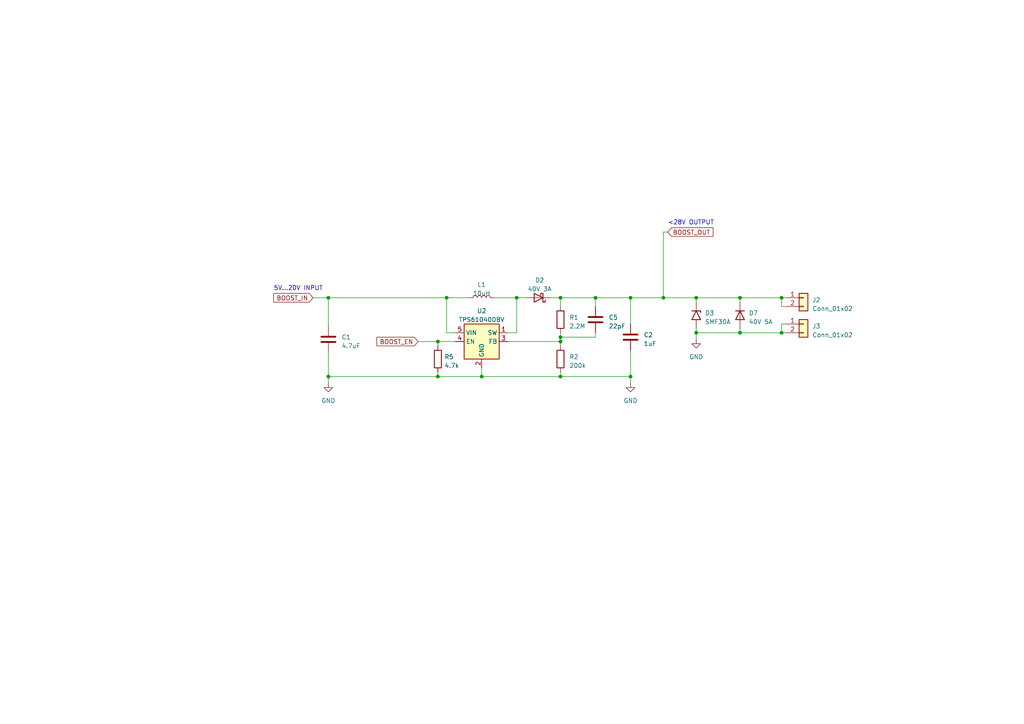
<source format=kicad_sch>
(kicad_sch (version 20230121) (generator eeschema)

  (uuid b5e8ce82-835b-4f26-a31c-4f67a5b32c95)

  (paper "A4")

  (lib_symbols
    (symbol "Connector_Generic:Conn_01x02" (pin_names (offset 1.016) hide) (in_bom yes) (on_board yes)
      (property "Reference" "J" (at 0 2.54 0)
        (effects (font (size 1.27 1.27)))
      )
      (property "Value" "Conn_01x02" (at 0 -5.08 0)
        (effects (font (size 1.27 1.27)))
      )
      (property "Footprint" "" (at 0 0 0)
        (effects (font (size 1.27 1.27)) hide)
      )
      (property "Datasheet" "~" (at 0 0 0)
        (effects (font (size 1.27 1.27)) hide)
      )
      (property "ki_keywords" "connector" (at 0 0 0)
        (effects (font (size 1.27 1.27)) hide)
      )
      (property "ki_description" "Generic connector, single row, 01x02, script generated (kicad-library-utils/schlib/autogen/connector/)" (at 0 0 0)
        (effects (font (size 1.27 1.27)) hide)
      )
      (property "ki_fp_filters" "Connector*:*_1x??_*" (at 0 0 0)
        (effects (font (size 1.27 1.27)) hide)
      )
      (symbol "Conn_01x02_1_1"
        (rectangle (start -1.27 -2.413) (end 0 -2.667)
          (stroke (width 0.1524) (type default))
          (fill (type none))
        )
        (rectangle (start -1.27 0.127) (end 0 -0.127)
          (stroke (width 0.1524) (type default))
          (fill (type none))
        )
        (rectangle (start -1.27 1.27) (end 1.27 -3.81)
          (stroke (width 0.254) (type default))
          (fill (type background))
        )
        (pin passive line (at -5.08 0 0) (length 3.81)
          (name "Pin_1" (effects (font (size 1.27 1.27))))
          (number "1" (effects (font (size 1.27 1.27))))
        )
        (pin passive line (at -5.08 -2.54 0) (length 3.81)
          (name "Pin_2" (effects (font (size 1.27 1.27))))
          (number "2" (effects (font (size 1.27 1.27))))
        )
      )
    )
    (symbol "Device:C" (pin_numbers hide) (pin_names (offset 0.254)) (in_bom yes) (on_board yes)
      (property "Reference" "C" (at 0.635 2.54 0)
        (effects (font (size 1.27 1.27)) (justify left))
      )
      (property "Value" "C" (at 0.635 -2.54 0)
        (effects (font (size 1.27 1.27)) (justify left))
      )
      (property "Footprint" "" (at 0.9652 -3.81 0)
        (effects (font (size 1.27 1.27)) hide)
      )
      (property "Datasheet" "~" (at 0 0 0)
        (effects (font (size 1.27 1.27)) hide)
      )
      (property "ki_keywords" "cap capacitor" (at 0 0 0)
        (effects (font (size 1.27 1.27)) hide)
      )
      (property "ki_description" "Unpolarized capacitor" (at 0 0 0)
        (effects (font (size 1.27 1.27)) hide)
      )
      (property "ki_fp_filters" "C_*" (at 0 0 0)
        (effects (font (size 1.27 1.27)) hide)
      )
      (symbol "C_0_1"
        (polyline
          (pts
            (xy -2.032 -0.762)
            (xy 2.032 -0.762)
          )
          (stroke (width 0.508) (type default))
          (fill (type none))
        )
        (polyline
          (pts
            (xy -2.032 0.762)
            (xy 2.032 0.762)
          )
          (stroke (width 0.508) (type default))
          (fill (type none))
        )
      )
      (symbol "C_1_1"
        (pin passive line (at 0 3.81 270) (length 2.794)
          (name "~" (effects (font (size 1.27 1.27))))
          (number "1" (effects (font (size 1.27 1.27))))
        )
        (pin passive line (at 0 -3.81 90) (length 2.794)
          (name "~" (effects (font (size 1.27 1.27))))
          (number "2" (effects (font (size 1.27 1.27))))
        )
      )
    )
    (symbol "Device:D" (pin_numbers hide) (pin_names (offset 1.016) hide) (in_bom yes) (on_board yes)
      (property "Reference" "D" (at 0 2.54 0)
        (effects (font (size 1.27 1.27)))
      )
      (property "Value" "D" (at 0 -2.54 0)
        (effects (font (size 1.27 1.27)))
      )
      (property "Footprint" "" (at 0 0 0)
        (effects (font (size 1.27 1.27)) hide)
      )
      (property "Datasheet" "~" (at 0 0 0)
        (effects (font (size 1.27 1.27)) hide)
      )
      (property "Sim.Device" "D" (at 0 0 0)
        (effects (font (size 1.27 1.27)) hide)
      )
      (property "Sim.Pins" "1=K 2=A" (at 0 0 0)
        (effects (font (size 1.27 1.27)) hide)
      )
      (property "ki_keywords" "diode" (at 0 0 0)
        (effects (font (size 1.27 1.27)) hide)
      )
      (property "ki_description" "Diode" (at 0 0 0)
        (effects (font (size 1.27 1.27)) hide)
      )
      (property "ki_fp_filters" "TO-???* *_Diode_* *SingleDiode* D_*" (at 0 0 0)
        (effects (font (size 1.27 1.27)) hide)
      )
      (symbol "D_0_1"
        (polyline
          (pts
            (xy -1.27 1.27)
            (xy -1.27 -1.27)
          )
          (stroke (width 0.254) (type default))
          (fill (type none))
        )
        (polyline
          (pts
            (xy 1.27 0)
            (xy -1.27 0)
          )
          (stroke (width 0) (type default))
          (fill (type none))
        )
        (polyline
          (pts
            (xy 1.27 1.27)
            (xy 1.27 -1.27)
            (xy -1.27 0)
            (xy 1.27 1.27)
          )
          (stroke (width 0.254) (type default))
          (fill (type none))
        )
      )
      (symbol "D_1_1"
        (pin passive line (at -3.81 0 0) (length 2.54)
          (name "K" (effects (font (size 1.27 1.27))))
          (number "1" (effects (font (size 1.27 1.27))))
        )
        (pin passive line (at 3.81 0 180) (length 2.54)
          (name "A" (effects (font (size 1.27 1.27))))
          (number "2" (effects (font (size 1.27 1.27))))
        )
      )
    )
    (symbol "Device:L" (pin_numbers hide) (pin_names (offset 1.016) hide) (in_bom yes) (on_board yes)
      (property "Reference" "L" (at -1.27 0 90)
        (effects (font (size 1.27 1.27)))
      )
      (property "Value" "L" (at 1.905 0 90)
        (effects (font (size 1.27 1.27)))
      )
      (property "Footprint" "" (at 0 0 0)
        (effects (font (size 1.27 1.27)) hide)
      )
      (property "Datasheet" "~" (at 0 0 0)
        (effects (font (size 1.27 1.27)) hide)
      )
      (property "ki_keywords" "inductor choke coil reactor magnetic" (at 0 0 0)
        (effects (font (size 1.27 1.27)) hide)
      )
      (property "ki_description" "Inductor" (at 0 0 0)
        (effects (font (size 1.27 1.27)) hide)
      )
      (property "ki_fp_filters" "Choke_* *Coil* Inductor_* L_*" (at 0 0 0)
        (effects (font (size 1.27 1.27)) hide)
      )
      (symbol "L_0_1"
        (arc (start 0 -2.54) (mid 0.6323 -1.905) (end 0 -1.27)
          (stroke (width 0) (type default))
          (fill (type none))
        )
        (arc (start 0 -1.27) (mid 0.6323 -0.635) (end 0 0)
          (stroke (width 0) (type default))
          (fill (type none))
        )
        (arc (start 0 0) (mid 0.6323 0.635) (end 0 1.27)
          (stroke (width 0) (type default))
          (fill (type none))
        )
        (arc (start 0 1.27) (mid 0.6323 1.905) (end 0 2.54)
          (stroke (width 0) (type default))
          (fill (type none))
        )
      )
      (symbol "L_1_1"
        (pin passive line (at 0 3.81 270) (length 1.27)
          (name "1" (effects (font (size 1.27 1.27))))
          (number "1" (effects (font (size 1.27 1.27))))
        )
        (pin passive line (at 0 -3.81 90) (length 1.27)
          (name "2" (effects (font (size 1.27 1.27))))
          (number "2" (effects (font (size 1.27 1.27))))
        )
      )
    )
    (symbol "Device:R" (pin_numbers hide) (pin_names (offset 0)) (in_bom yes) (on_board yes)
      (property "Reference" "R" (at 2.032 0 90)
        (effects (font (size 1.27 1.27)))
      )
      (property "Value" "R" (at 0 0 90)
        (effects (font (size 1.27 1.27)))
      )
      (property "Footprint" "" (at -1.778 0 90)
        (effects (font (size 1.27 1.27)) hide)
      )
      (property "Datasheet" "~" (at 0 0 0)
        (effects (font (size 1.27 1.27)) hide)
      )
      (property "ki_keywords" "R res resistor" (at 0 0 0)
        (effects (font (size 1.27 1.27)) hide)
      )
      (property "ki_description" "Resistor" (at 0 0 0)
        (effects (font (size 1.27 1.27)) hide)
      )
      (property "ki_fp_filters" "R_*" (at 0 0 0)
        (effects (font (size 1.27 1.27)) hide)
      )
      (symbol "R_0_1"
        (rectangle (start -1.016 -2.54) (end 1.016 2.54)
          (stroke (width 0.254) (type default))
          (fill (type none))
        )
      )
      (symbol "R_1_1"
        (pin passive line (at 0 3.81 270) (length 1.27)
          (name "~" (effects (font (size 1.27 1.27))))
          (number "1" (effects (font (size 1.27 1.27))))
        )
        (pin passive line (at 0 -3.81 90) (length 1.27)
          (name "~" (effects (font (size 1.27 1.27))))
          (number "2" (effects (font (size 1.27 1.27))))
        )
      )
    )
    (symbol "Diode:MBRA340" (pin_numbers hide) (pin_names hide) (in_bom yes) (on_board yes)
      (property "Reference" "D" (at 0 2.54 0)
        (effects (font (size 1.27 1.27)))
      )
      (property "Value" "MBRA340" (at 0 -2.54 0)
        (effects (font (size 1.27 1.27)))
      )
      (property "Footprint" "Diode_SMD:D_SMA" (at 0 -4.445 0)
        (effects (font (size 1.27 1.27)) hide)
      )
      (property "Datasheet" "https://www.onsemi.com/pub/Collateral/MBRA340T3-D.PDF" (at 0 0 0)
        (effects (font (size 1.27 1.27)) hide)
      )
      (property "ki_keywords" "diode Schottky" (at 0 0 0)
        (effects (font (size 1.27 1.27)) hide)
      )
      (property "ki_description" "40V 3A Schottky Barrier Rectifier Diode, SMA(DO-214AC)" (at 0 0 0)
        (effects (font (size 1.27 1.27)) hide)
      )
      (property "ki_fp_filters" "D*SMA*" (at 0 0 0)
        (effects (font (size 1.27 1.27)) hide)
      )
      (symbol "MBRA340_0_1"
        (polyline
          (pts
            (xy 1.27 0)
            (xy -1.27 0)
          )
          (stroke (width 0) (type default))
          (fill (type none))
        )
        (polyline
          (pts
            (xy 1.27 1.27)
            (xy 1.27 -1.27)
            (xy -1.27 0)
            (xy 1.27 1.27)
          )
          (stroke (width 0.254) (type default))
          (fill (type none))
        )
        (polyline
          (pts
            (xy -1.905 0.635)
            (xy -1.905 1.27)
            (xy -1.27 1.27)
            (xy -1.27 -1.27)
            (xy -0.635 -1.27)
            (xy -0.635 -0.635)
          )
          (stroke (width 0.254) (type default))
          (fill (type none))
        )
      )
      (symbol "MBRA340_1_1"
        (pin passive line (at -3.81 0 0) (length 2.54)
          (name "K" (effects (font (size 1.27 1.27))))
          (number "1" (effects (font (size 1.27 1.27))))
        )
        (pin passive line (at 3.81 0 180) (length 2.54)
          (name "A" (effects (font (size 1.27 1.27))))
          (number "2" (effects (font (size 1.27 1.27))))
        )
      )
    )
    (symbol "Diode:SMF30A" (pin_numbers hide) (pin_names (offset 1.016) hide) (in_bom yes) (on_board yes)
      (property "Reference" "D" (at 0 2.54 0)
        (effects (font (size 1.27 1.27)))
      )
      (property "Value" "SMF30A" (at 0 -2.54 0)
        (effects (font (size 1.27 1.27)))
      )
      (property "Footprint" "Diode_SMD:D_SMF" (at 0 -5.08 0)
        (effects (font (size 1.27 1.27)) hide)
      )
      (property "Datasheet" "https://www.vishay.com/doc?85881" (at -1.27 0 0)
        (effects (font (size 1.27 1.27)) hide)
      )
      (property "ki_keywords" "diode TVS voltage suppressor" (at 0 0 0)
        (effects (font (size 1.27 1.27)) hide)
      )
      (property "ki_description" "200W unidirectional Transil Transient Voltage Suppressor, 30Vrwm, SMF" (at 0 0 0)
        (effects (font (size 1.27 1.27)) hide)
      )
      (property "ki_fp_filters" "D*SMF*" (at 0 0 0)
        (effects (font (size 1.27 1.27)) hide)
      )
      (symbol "SMF30A_0_1"
        (polyline
          (pts
            (xy -0.762 1.27)
            (xy -1.27 1.27)
            (xy -1.27 -1.27)
          )
          (stroke (width 0.254) (type default))
          (fill (type none))
        )
        (polyline
          (pts
            (xy 1.27 1.27)
            (xy 1.27 -1.27)
            (xy -1.27 0)
            (xy 1.27 1.27)
          )
          (stroke (width 0.254) (type default))
          (fill (type none))
        )
      )
      (symbol "SMF30A_1_1"
        (pin passive line (at -3.81 0 0) (length 2.54)
          (name "A1" (effects (font (size 1.27 1.27))))
          (number "1" (effects (font (size 1.27 1.27))))
        )
        (pin passive line (at 3.81 0 180) (length 2.54)
          (name "A2" (effects (font (size 1.27 1.27))))
          (number "2" (effects (font (size 1.27 1.27))))
        )
      )
    )
    (symbol "Regulator_Switching:TPS61040DBV" (in_bom yes) (on_board yes)
      (property "Reference" "U" (at -5.08 6.35 0)
        (effects (font (size 1.27 1.27)) (justify left))
      )
      (property "Value" "TPS61040DBV" (at 0 6.35 0)
        (effects (font (size 1.27 1.27)) (justify left))
      )
      (property "Footprint" "Package_TO_SOT_SMD:SOT-23-5" (at 2.54 -6.35 0)
        (effects (font (size 1.27 1.27) italic) (justify left) hide)
      )
      (property "Datasheet" "http://www.ti.com/lit/ds/symlink/tps61040.pdf" (at -5.08 7.62 0)
        (effects (font (size 1.27 1.27)) hide)
      )
      (property "ki_keywords" "Step-Up Boost DC-DC Regulator Adjustable" (at 0 0 0)
        (effects (font (size 1.27 1.27)) hide)
      )
      (property "ki_description" "Synchronous Boost Regulator, Adjustable Output up to 28V, 400 mA Switch Current Limit, SOT-23-5" (at 0 0 0)
        (effects (font (size 1.27 1.27)) hide)
      )
      (property "ki_fp_filters" "SOT?23*" (at 0 0 0)
        (effects (font (size 1.27 1.27)) hide)
      )
      (symbol "TPS61040DBV_0_1"
        (rectangle (start -5.08 5.08) (end 5.08 -5.08)
          (stroke (width 0.254) (type default))
          (fill (type background))
        )
      )
      (symbol "TPS61040DBV_1_1"
        (pin power_out line (at 7.62 2.54 180) (length 2.54)
          (name "SW" (effects (font (size 1.27 1.27))))
          (number "1" (effects (font (size 1.27 1.27))))
        )
        (pin power_in line (at 0 -7.62 90) (length 2.54)
          (name "GND" (effects (font (size 1.27 1.27))))
          (number "2" (effects (font (size 1.27 1.27))))
        )
        (pin input line (at 7.62 0 180) (length 2.54)
          (name "FB" (effects (font (size 1.27 1.27))))
          (number "3" (effects (font (size 1.27 1.27))))
        )
        (pin input line (at -7.62 0 0) (length 2.54)
          (name "EN" (effects (font (size 1.27 1.27))))
          (number "4" (effects (font (size 1.27 1.27))))
        )
        (pin power_in line (at -7.62 2.54 0) (length 2.54)
          (name "VIN" (effects (font (size 1.27 1.27))))
          (number "5" (effects (font (size 1.27 1.27))))
        )
      )
    )
    (symbol "power:GND" (power) (pin_names (offset 0)) (in_bom yes) (on_board yes)
      (property "Reference" "#PWR" (at 0 -6.35 0)
        (effects (font (size 1.27 1.27)) hide)
      )
      (property "Value" "GND" (at 0 -3.81 0)
        (effects (font (size 1.27 1.27)))
      )
      (property "Footprint" "" (at 0 0 0)
        (effects (font (size 1.27 1.27)) hide)
      )
      (property "Datasheet" "" (at 0 0 0)
        (effects (font (size 1.27 1.27)) hide)
      )
      (property "ki_keywords" "global power" (at 0 0 0)
        (effects (font (size 1.27 1.27)) hide)
      )
      (property "ki_description" "Power symbol creates a global label with name \"GND\" , ground" (at 0 0 0)
        (effects (font (size 1.27 1.27)) hide)
      )
      (symbol "GND_0_1"
        (polyline
          (pts
            (xy 0 0)
            (xy 0 -1.27)
            (xy 1.27 -1.27)
            (xy 0 -2.54)
            (xy -1.27 -1.27)
            (xy 0 -1.27)
          )
          (stroke (width 0) (type default))
          (fill (type none))
        )
      )
      (symbol "GND_1_1"
        (pin power_in line (at 0 0 270) (length 0) hide
          (name "GND" (effects (font (size 1.27 1.27))))
          (number "1" (effects (font (size 1.27 1.27))))
        )
      )
    )
  )

  (junction (at 127 99.06) (diameter 0) (color 0 0 0 0)
    (uuid 042e6dcd-e9bc-4a57-ae16-b4dd4a83d7f5)
  )
  (junction (at 139.7 109.22) (diameter 0) (color 0 0 0 0)
    (uuid 123c7e79-8920-47a9-9f41-e34f95556a41)
  )
  (junction (at 127 109.22) (diameter 0) (color 0 0 0 0)
    (uuid 26e6c276-584b-4a30-a0b8-502e8f378ff1)
  )
  (junction (at 226.695 96.52) (diameter 0) (color 0 0 0 0)
    (uuid 28851353-f273-418e-a5d8-75b5d1f9d6fb)
  )
  (junction (at 95.25 109.22) (diameter 0) (color 0 0 0 0)
    (uuid 294b8c34-a0c1-4fe3-b444-d429330052d3)
  )
  (junction (at 201.93 86.36) (diameter 0) (color 0 0 0 0)
    (uuid 325336eb-11d8-44c7-b690-d7d5540dab03)
  )
  (junction (at 162.56 97.79) (diameter 0) (color 0 0 0 0)
    (uuid 551ddd2b-e259-41af-a674-383b3368c8be)
  )
  (junction (at 172.72 86.36) (diameter 0) (color 0 0 0 0)
    (uuid 5a443d62-1ad4-472e-81e7-9c96d242eb0a)
  )
  (junction (at 129.54 86.36) (diameter 0) (color 0 0 0 0)
    (uuid 61672ff2-3a7f-4eec-b4ee-8f7c218de0ff)
  )
  (junction (at 162.56 86.36) (diameter 0) (color 0 0 0 0)
    (uuid 6a0ccb80-4a26-434f-980d-f1bdb86096fb)
  )
  (junction (at 226.695 86.36) (diameter 0) (color 0 0 0 0)
    (uuid 6eb0d325-446b-485e-83cc-4a6281c1b815)
  )
  (junction (at 201.93 96.52) (diameter 0) (color 0 0 0 0)
    (uuid 797eaade-e398-46ae-b6fa-e5d4763acfca)
  )
  (junction (at 214.63 86.36) (diameter 0) (color 0 0 0 0)
    (uuid 8b54716a-4750-46ee-9748-f6b29b77edba)
  )
  (junction (at 192.405 86.36) (diameter 0) (color 0 0 0 0)
    (uuid 8d1180e6-7567-40ef-be25-bba9961f4120)
  )
  (junction (at 162.56 109.22) (diameter 0) (color 0 0 0 0)
    (uuid a2972127-22b1-4869-96a5-7cf730d7ab69)
  )
  (junction (at 95.25 86.36) (diameter 0) (color 0 0 0 0)
    (uuid aff72115-eedd-455f-95cc-ec291814b3bc)
  )
  (junction (at 162.56 99.06) (diameter 0) (color 0 0 0 0)
    (uuid b0d25f9e-7e9d-49ec-8251-c1f4a42e3d6a)
  )
  (junction (at 214.63 96.52) (diameter 0) (color 0 0 0 0)
    (uuid b5184299-0b6a-4d7d-bb56-bfb5362ae80b)
  )
  (junction (at 182.88 109.22) (diameter 0) (color 0 0 0 0)
    (uuid c1595a4c-0dd3-4bd2-a0f5-ba3f3cb79a9c)
  )
  (junction (at 149.86 86.36) (diameter 0) (color 0 0 0 0)
    (uuid df617454-2eb5-4ef2-9787-933a3e20b3c1)
  )
  (junction (at 182.88 86.36) (diameter 0) (color 0 0 0 0)
    (uuid eb7a084c-d574-4ca1-a01f-de5c812572e2)
  )

  (wire (pts (xy 227.965 93.98) (xy 226.695 93.98))
    (stroke (width 0) (type default))
    (uuid 006886b0-97f2-4c9e-a851-466f3436f9ab)
  )
  (wire (pts (xy 226.695 86.36) (xy 227.965 86.36))
    (stroke (width 0) (type default))
    (uuid 08f8644b-e69c-4061-9311-cb0ad491b34f)
  )
  (wire (pts (xy 214.63 96.52) (xy 226.695 96.52))
    (stroke (width 0) (type default))
    (uuid 0bae3a7e-6ec4-4a16-9ac0-e2652c4231ca)
  )
  (wire (pts (xy 147.32 96.52) (xy 149.86 96.52))
    (stroke (width 0) (type default))
    (uuid 13bde68f-7c4d-4d57-81ce-6a4c1e94d8fc)
  )
  (wire (pts (xy 201.93 86.36) (xy 214.63 86.36))
    (stroke (width 0) (type default))
    (uuid 1b263cc8-00e2-497d-a793-cac7c5071690)
  )
  (wire (pts (xy 95.25 86.36) (xy 129.54 86.36))
    (stroke (width 0) (type default))
    (uuid 20f350eb-5873-470f-a652-a41a17184232)
  )
  (wire (pts (xy 129.54 86.36) (xy 135.89 86.36))
    (stroke (width 0) (type default))
    (uuid 21ea0753-7888-4bd8-9e84-40345def3c9f)
  )
  (wire (pts (xy 201.93 96.52) (xy 201.93 98.425))
    (stroke (width 0) (type default))
    (uuid 23a523b6-f7c1-4eb4-bb80-dfe5f2f0106b)
  )
  (wire (pts (xy 149.86 86.36) (xy 152.4 86.36))
    (stroke (width 0) (type default))
    (uuid 2421ff12-81c4-4fc0-bb1c-0e16aade8bee)
  )
  (wire (pts (xy 214.63 86.36) (xy 214.63 87.63))
    (stroke (width 0) (type default))
    (uuid 25befe95-54a4-4262-a7e1-956327774eba)
  )
  (wire (pts (xy 95.25 94.615) (xy 95.25 86.36))
    (stroke (width 0) (type default))
    (uuid 278ad8eb-8f3f-4d8b-bc8f-204b60b0e9d0)
  )
  (wire (pts (xy 226.695 86.36) (xy 226.695 88.9))
    (stroke (width 0) (type default))
    (uuid 2d8f45f5-5cab-4ca1-8312-93705a269671)
  )
  (wire (pts (xy 162.56 109.22) (xy 139.7 109.22))
    (stroke (width 0) (type default))
    (uuid 30a9ece0-b5b8-4b06-9752-f77fc8596155)
  )
  (wire (pts (xy 95.25 102.235) (xy 95.25 109.22))
    (stroke (width 0) (type default))
    (uuid 323a719f-8739-444e-b6e6-af8f20588fdd)
  )
  (wire (pts (xy 182.88 109.22) (xy 162.56 109.22))
    (stroke (width 0) (type default))
    (uuid 37328605-281d-4089-b6f3-7ece9307c279)
  )
  (wire (pts (xy 143.51 86.36) (xy 149.86 86.36))
    (stroke (width 0) (type default))
    (uuid 405f426a-8531-4c1b-b4e7-399fbe4bfa1d)
  )
  (wire (pts (xy 162.56 97.79) (xy 162.56 99.06))
    (stroke (width 0) (type default))
    (uuid 42d0d863-990b-400f-991d-88a5a5025e56)
  )
  (wire (pts (xy 182.88 111.125) (xy 182.88 109.22))
    (stroke (width 0) (type default))
    (uuid 432c716b-b8ed-416e-948a-f713f5f92810)
  )
  (wire (pts (xy 149.86 96.52) (xy 149.86 86.36))
    (stroke (width 0) (type default))
    (uuid 51ecfbb5-bf14-44b3-b533-321480ad0a5a)
  )
  (wire (pts (xy 121.285 99.06) (xy 127 99.06))
    (stroke (width 0) (type default))
    (uuid 528b54fd-5d25-4adf-a541-21aac0bdd14c)
  )
  (wire (pts (xy 192.405 86.36) (xy 201.93 86.36))
    (stroke (width 0) (type default))
    (uuid 52ddcc9e-db6a-46d0-a37a-41c05af00caf)
  )
  (wire (pts (xy 192.405 67.31) (xy 193.675 67.31))
    (stroke (width 0) (type default))
    (uuid 56f7178d-3ed8-40bd-a6e3-279d921a0005)
  )
  (wire (pts (xy 127 107.95) (xy 127 109.22))
    (stroke (width 0) (type default))
    (uuid 58a0531c-0cbd-4c36-a4bc-139e25dcabc4)
  )
  (wire (pts (xy 95.25 109.22) (xy 127 109.22))
    (stroke (width 0) (type default))
    (uuid 5dae884f-6ff3-4ee9-a978-56f4f2d479a5)
  )
  (wire (pts (xy 172.72 86.36) (xy 172.72 88.9))
    (stroke (width 0) (type default))
    (uuid 6151814f-7479-4c54-aadb-9c135436e2b7)
  )
  (wire (pts (xy 182.88 86.36) (xy 182.88 93.98))
    (stroke (width 0) (type default))
    (uuid 615469e0-2616-4755-bc91-dc5c3b8fbe1e)
  )
  (wire (pts (xy 162.56 107.95) (xy 162.56 109.22))
    (stroke (width 0) (type default))
    (uuid 618c18fd-8281-4987-97dd-bcc7e66f85c0)
  )
  (wire (pts (xy 172.72 86.36) (xy 182.88 86.36))
    (stroke (width 0) (type default))
    (uuid 68583e68-7aa8-4105-8597-279db2b16ddf)
  )
  (wire (pts (xy 192.405 86.36) (xy 182.88 86.36))
    (stroke (width 0) (type default))
    (uuid 73665ef8-2951-4915-a382-72cfc14b9b9d)
  )
  (wire (pts (xy 90.805 86.36) (xy 95.25 86.36))
    (stroke (width 0) (type default))
    (uuid 76d8a21a-8ced-49df-9b1c-a2cdd1db7236)
  )
  (wire (pts (xy 214.63 86.36) (xy 226.695 86.36))
    (stroke (width 0) (type default))
    (uuid 7723c88c-3560-4a7f-957e-b4583e3627c8)
  )
  (wire (pts (xy 162.56 86.36) (xy 172.72 86.36))
    (stroke (width 0) (type default))
    (uuid 7e7cb405-e4ce-48ee-b1f1-be7bfff47118)
  )
  (wire (pts (xy 162.56 86.36) (xy 162.56 88.9))
    (stroke (width 0) (type default))
    (uuid 8200e6b3-dd96-407b-814e-76c742947d8e)
  )
  (wire (pts (xy 226.695 93.98) (xy 226.695 96.52))
    (stroke (width 0) (type default))
    (uuid 8436905f-6b48-4fca-b2e2-ccd3be57b05e)
  )
  (wire (pts (xy 182.88 101.6) (xy 182.88 109.22))
    (stroke (width 0) (type default))
    (uuid 87095575-a7ac-4735-bf68-5db81176a8c2)
  )
  (wire (pts (xy 162.56 96.52) (xy 162.56 97.79))
    (stroke (width 0) (type default))
    (uuid 8fcc1fbf-85fe-415c-a993-7d816d810315)
  )
  (wire (pts (xy 147.32 99.06) (xy 162.56 99.06))
    (stroke (width 0) (type default))
    (uuid 9fd6e267-fa78-4372-985f-78583deeab8a)
  )
  (wire (pts (xy 95.25 109.22) (xy 95.25 111.125))
    (stroke (width 0) (type default))
    (uuid a4bdbd4a-47a1-432a-8d05-6791578029e9)
  )
  (wire (pts (xy 172.72 96.52) (xy 172.72 97.79))
    (stroke (width 0) (type default))
    (uuid a558478a-6e74-47ea-ae9c-f4d03c3877dc)
  )
  (wire (pts (xy 226.695 96.52) (xy 227.965 96.52))
    (stroke (width 0) (type default))
    (uuid ad3cf65f-7691-4474-b55a-cf5c1e0aadc5)
  )
  (wire (pts (xy 127 109.22) (xy 139.7 109.22))
    (stroke (width 0) (type default))
    (uuid b7e08731-77f8-4e8f-bf88-aa0775a64d8a)
  )
  (wire (pts (xy 127 99.06) (xy 127 100.33))
    (stroke (width 0) (type default))
    (uuid b8b9c260-d7cd-4bad-a33e-0fd10320a80b)
  )
  (wire (pts (xy 160.02 86.36) (xy 162.56 86.36))
    (stroke (width 0) (type default))
    (uuid c20ca585-dc7f-4eca-9519-7eb7afbe94a3)
  )
  (wire (pts (xy 226.695 88.9) (xy 227.965 88.9))
    (stroke (width 0) (type default))
    (uuid c4c4d3a1-2f5f-4fea-9447-ecf7e0628a7a)
  )
  (wire (pts (xy 201.93 96.52) (xy 214.63 96.52))
    (stroke (width 0) (type default))
    (uuid d33d84cc-c211-4982-93c9-f56732170ed4)
  )
  (wire (pts (xy 192.405 67.31) (xy 192.405 86.36))
    (stroke (width 0) (type default))
    (uuid d6057d07-7ae6-47f0-b47b-7bbc427681dc)
  )
  (wire (pts (xy 201.93 86.36) (xy 201.93 87.63))
    (stroke (width 0) (type default))
    (uuid d9a68186-7061-4f5f-85b4-dad0e7e59bc7)
  )
  (wire (pts (xy 214.63 95.25) (xy 214.63 96.52))
    (stroke (width 0) (type default))
    (uuid dd4dd1f6-0e24-4103-937f-72656f1656d7)
  )
  (wire (pts (xy 129.54 96.52) (xy 129.54 86.36))
    (stroke (width 0) (type default))
    (uuid e0c1cdbe-d6e0-4987-96f2-daa12dfcd5e8)
  )
  (wire (pts (xy 139.7 106.68) (xy 139.7 109.22))
    (stroke (width 0) (type default))
    (uuid e1275250-14da-449f-b82b-705495469a0b)
  )
  (wire (pts (xy 132.08 96.52) (xy 129.54 96.52))
    (stroke (width 0) (type default))
    (uuid e96cfd11-2a32-4806-9f05-652a07585bb2)
  )
  (wire (pts (xy 201.93 95.25) (xy 201.93 96.52))
    (stroke (width 0) (type default))
    (uuid e9e13fbc-0f55-4df8-9e10-4b3d55dcfea5)
  )
  (wire (pts (xy 162.56 99.06) (xy 162.56 100.33))
    (stroke (width 0) (type default))
    (uuid fa1c4d13-141d-4420-a943-84e09d9daa00)
  )
  (wire (pts (xy 172.72 97.79) (xy 162.56 97.79))
    (stroke (width 0) (type default))
    (uuid fd7a1b75-d7c2-4c02-a82f-d46f020d2d90)
  )
  (wire (pts (xy 127 99.06) (xy 132.08 99.06))
    (stroke (width 0) (type default))
    (uuid ffb9e752-0945-4ede-873c-23852ce43c4c)
  )

  (text "5V...20V INPUT\n" (at 79.375 84.455 0)
    (effects (font (size 1.27 1.27)) (justify left bottom))
    (uuid dbfb94f2-833f-4c04-8c4a-256714b22ed1)
  )
  (text "<28V OUTPUT" (at 193.675 65.405 0)
    (effects (font (size 1.27 1.27)) (justify left bottom))
    (uuid f1ea8dde-7236-4e21-9fb1-921329004a17)
  )

  (global_label "BOOST_IN" (shape input) (at 90.805 86.36 180) (fields_autoplaced)
    (effects (font (size 1.27 1.27)) (justify right))
    (uuid 3cdb4969-405b-40b1-b3ad-d18a19c799ec)
    (property "Intersheetrefs" "${INTERSHEET_REFS}" (at 78.8882 86.36 0)
      (effects (font (size 1.27 1.27)) (justify right) hide)
    )
  )
  (global_label "BOOST_OUT" (shape input) (at 193.675 67.31 0) (fields_autoplaced)
    (effects (font (size 1.27 1.27)) (justify left))
    (uuid bda2b1d0-7c7f-4efc-95d2-1aa43443b13c)
    (property "Intersheetrefs" "${INTERSHEET_REFS}" (at 207.9201 66.675 0)
      (effects (font (size 1.27 1.27)) (justify left) hide)
    )
  )
  (global_label "BOOST_EN" (shape input) (at 121.285 99.06 180) (fields_autoplaced)
    (effects (font (size 1.27 1.27)) (justify right))
    (uuid d3a68366-f62d-41da-a066-6c9cd279acd9)
    (property "Intersheetrefs" "${INTERSHEET_REFS}" (at 108.824 99.06 0)
      (effects (font (size 1.27 1.27)) (justify right) hide)
    )
  )

  (symbol (lib_id "Device:C") (at 172.72 92.71 0) (unit 1)
    (in_bom yes) (on_board yes) (dnp no) (fields_autoplaced)
    (uuid 0271bd58-b299-4ff9-98f1-4fc72047fa1d)
    (property "Reference" "C5" (at 176.53 92.075 0)
      (effects (font (size 1.27 1.27)) (justify left))
    )
    (property "Value" "22pF" (at 176.53 94.615 0)
      (effects (font (size 1.27 1.27)) (justify left))
    )
    (property "Footprint" "Capacitor_SMD:C_0402_1005Metric" (at 173.6852 96.52 0)
      (effects (font (size 1.27 1.27)) hide)
    )
    (property "Datasheet" "~" (at 172.72 92.71 0)
      (effects (font (size 1.27 1.27)) hide)
    )
    (property "Manufacturer partnumber" "0402CG220J500NT" (at 172.72 92.71 0)
      (effects (font (size 1.27 1.27)) hide)
    )
    (property "Supplier partnumber" "" (at 172.72 92.71 0)
      (effects (font (size 1.27 1.27)) hide)
    )
    (pin "1" (uuid 0cb3ea12-cf20-41d0-830e-e5a31cf64e3a))
    (pin "2" (uuid 5282da72-ca0c-4519-b433-cb326806e71e))
    (instances
      (project "stm32_dev"
        (path "/d5b73f8c-f0eb-4ae0-ba22-98374b82b159"
          (reference "C5") (unit 1)
        )
        (path "/d5b73f8c-f0eb-4ae0-ba22-98374b82b159/3fea2d9c-a85b-42bc-a48d-88768958759d"
          (reference "C2") (unit 1)
        )
      )
    )
  )

  (symbol (lib_id "Device:R") (at 127 104.14 0) (unit 1)
    (in_bom yes) (on_board yes) (dnp no) (fields_autoplaced)
    (uuid 08652652-0eb5-4d2b-85ec-ec6f5b1a8f5f)
    (property "Reference" "R5" (at 128.905 103.505 0)
      (effects (font (size 1.27 1.27)) (justify left))
    )
    (property "Value" "4.7k" (at 128.905 106.045 0)
      (effects (font (size 1.27 1.27)) (justify left))
    )
    (property "Footprint" "Resistor_SMD:R_0402_1005Metric" (at 125.222 104.14 90)
      (effects (font (size 1.27 1.27)) hide)
    )
    (property "Datasheet" "~" (at 127 104.14 0)
      (effects (font (size 1.27 1.27)) hide)
    )
    (property "Manufacturer partnumber" "" (at 127 104.14 0)
      (effects (font (size 1.27 1.27)) hide)
    )
    (property "Supplier partnumber" "" (at 127 104.14 0)
      (effects (font (size 1.27 1.27)) hide)
    )
    (pin "1" (uuid dcc61eba-0bf1-48fd-b155-58725b038177))
    (pin "2" (uuid 95c27904-7af4-4b5d-8cb2-50d50ab6d069))
    (instances
      (project "stm32_dev"
        (path "/d5b73f8c-f0eb-4ae0-ba22-98374b82b159"
          (reference "R5") (unit 1)
        )
        (path "/d5b73f8c-f0eb-4ae0-ba22-98374b82b159/95d3b229-7379-4637-b7db-71715b8a5130"
          (reference "R18") (unit 1)
        )
        (path "/d5b73f8c-f0eb-4ae0-ba22-98374b82b159/3fea2d9c-a85b-42bc-a48d-88768958759d"
          (reference "R19") (unit 1)
        )
      )
    )
  )

  (symbol (lib_id "Connector_Generic:Conn_01x02") (at 233.045 86.36 0) (unit 1)
    (in_bom yes) (on_board yes) (dnp no) (fields_autoplaced)
    (uuid 25b78f56-a8f3-4c78-9fa2-cd72f2d40aee)
    (property "Reference" "J2" (at 235.585 86.995 0)
      (effects (font (size 1.27 1.27)) (justify left))
    )
    (property "Value" "Conn_01x02" (at 235.585 89.535 0)
      (effects (font (size 1.27 1.27)) (justify left))
    )
    (property "Footprint" "Connector_PinHeader_2.54mm:PinHeader_1x02_P2.54mm_Vertical" (at 233.045 86.36 0)
      (effects (font (size 1.27 1.27)) hide)
    )
    (property "Datasheet" "~" (at 233.045 86.36 0)
      (effects (font (size 1.27 1.27)) hide)
    )
    (pin "1" (uuid a20dbe0e-f786-4dff-8282-1374a7c7a8af))
    (pin "2" (uuid 3ed7e972-e4d9-4461-8660-61ce887d0a73))
    (instances
      (project "stm32_dev"
        (path "/d5b73f8c-f0eb-4ae0-ba22-98374b82b159/ece7de80-be7a-4c1e-a0cd-dc2f22f593c7"
          (reference "J2") (unit 1)
        )
        (path "/d5b73f8c-f0eb-4ae0-ba22-98374b82b159/95d3b229-7379-4637-b7db-71715b8a5130"
          (reference "J4") (unit 1)
        )
        (path "/d5b73f8c-f0eb-4ae0-ba22-98374b82b159/3fea2d9c-a85b-42bc-a48d-88768958759d"
          (reference "J6") (unit 1)
        )
      )
    )
  )

  (symbol (lib_id "power:GND") (at 182.88 111.125 0) (unit 1)
    (in_bom yes) (on_board yes) (dnp no) (fields_autoplaced)
    (uuid 2ab7ac26-9207-406e-aae7-77100560d00d)
    (property "Reference" "#PWR06" (at 182.88 117.475 0)
      (effects (font (size 1.27 1.27)) hide)
    )
    (property "Value" "GND" (at 182.88 116.205 0)
      (effects (font (size 1.27 1.27)))
    )
    (property "Footprint" "" (at 182.88 111.125 0)
      (effects (font (size 1.27 1.27)) hide)
    )
    (property "Datasheet" "" (at 182.88 111.125 0)
      (effects (font (size 1.27 1.27)) hide)
    )
    (pin "1" (uuid 78bc564d-d391-48fb-b74e-85112872798f))
    (instances
      (project "stm32_dev"
        (path "/d5b73f8c-f0eb-4ae0-ba22-98374b82b159"
          (reference "#PWR06") (unit 1)
        )
        (path "/d5b73f8c-f0eb-4ae0-ba22-98374b82b159/3fea2d9c-a85b-42bc-a48d-88768958759d"
          (reference "#PWR024") (unit 1)
        )
      )
    )
  )

  (symbol (lib_id "Device:R") (at 162.56 104.14 0) (unit 1)
    (in_bom yes) (on_board yes) (dnp no) (fields_autoplaced)
    (uuid 2f3d08eb-6853-45e8-a67f-057d2f72b6fe)
    (property "Reference" "R2" (at 165.1 103.505 0)
      (effects (font (size 1.27 1.27)) (justify left))
    )
    (property "Value" "200k" (at 165.1 106.045 0)
      (effects (font (size 1.27 1.27)) (justify left))
    )
    (property "Footprint" "Resistor_SMD:R_0402_1005Metric" (at 160.782 104.14 90)
      (effects (font (size 1.27 1.27)) hide)
    )
    (property "Datasheet" "~" (at 162.56 104.14 0)
      (effects (font (size 1.27 1.27)) hide)
    )
    (property "Manufacturer partnumber" "" (at 162.56 104.14 0)
      (effects (font (size 1.27 1.27)) hide)
    )
    (property "Supplier partnumber" "" (at 162.56 104.14 0)
      (effects (font (size 1.27 1.27)) hide)
    )
    (pin "1" (uuid c59a2179-7e16-4846-8633-ce5026b3b6a9))
    (pin "2" (uuid 0c25f4dc-63e6-420a-962e-42a0679d21cb))
    (instances
      (project "stm32_dev"
        (path "/d5b73f8c-f0eb-4ae0-ba22-98374b82b159"
          (reference "R2") (unit 1)
        )
        (path "/d5b73f8c-f0eb-4ae0-ba22-98374b82b159/3fea2d9c-a85b-42bc-a48d-88768958759d"
          (reference "R2") (unit 1)
        )
      )
    )
  )

  (symbol (lib_id "Connector_Generic:Conn_01x02") (at 233.045 93.98 0) (unit 1)
    (in_bom yes) (on_board yes) (dnp no) (fields_autoplaced)
    (uuid 38c01305-62c5-40d1-a989-098808adc83c)
    (property "Reference" "J3" (at 235.585 94.615 0)
      (effects (font (size 1.27 1.27)) (justify left))
    )
    (property "Value" "Conn_01x02" (at 235.585 97.155 0)
      (effects (font (size 1.27 1.27)) (justify left))
    )
    (property "Footprint" "Connector_PinHeader_2.54mm:PinHeader_1x02_P2.54mm_Vertical" (at 233.045 93.98 0)
      (effects (font (size 1.27 1.27)) hide)
    )
    (property "Datasheet" "~" (at 233.045 93.98 0)
      (effects (font (size 1.27 1.27)) hide)
    )
    (pin "1" (uuid d1d94d49-85a9-4806-b9c6-e2efe5a8d709))
    (pin "2" (uuid 020afe74-5376-4624-8466-c674359c0419))
    (instances
      (project "stm32_dev"
        (path "/d5b73f8c-f0eb-4ae0-ba22-98374b82b159/ece7de80-be7a-4c1e-a0cd-dc2f22f593c7"
          (reference "J3") (unit 1)
        )
        (path "/d5b73f8c-f0eb-4ae0-ba22-98374b82b159/95d3b229-7379-4637-b7db-71715b8a5130"
          (reference "J5") (unit 1)
        )
        (path "/d5b73f8c-f0eb-4ae0-ba22-98374b82b159/3fea2d9c-a85b-42bc-a48d-88768958759d"
          (reference "J7") (unit 1)
        )
      )
    )
  )

  (symbol (lib_id "Diode:MBRA340") (at 156.21 86.36 180) (unit 1)
    (in_bom yes) (on_board yes) (dnp no) (fields_autoplaced)
    (uuid 4a8d418b-f900-4e1e-a90c-3a6dd75f67d6)
    (property "Reference" "D2" (at 156.5275 81.28 0)
      (effects (font (size 1.27 1.27)))
    )
    (property "Value" "40V 3A" (at 156.5275 83.82 0)
      (effects (font (size 1.27 1.27)))
    )
    (property "Footprint" "Diode_SMD:D_SMA" (at 156.21 81.915 0)
      (effects (font (size 1.27 1.27)) hide)
    )
    (property "Datasheet" "https://www.onsemi.com/pub/Collateral/MBRA340T3-D.PDF" (at 156.21 86.36 0)
      (effects (font (size 1.27 1.27)) hide)
    )
    (property "Manufacturer partnumber" "" (at 156.21 86.36 0)
      (effects (font (size 1.27 1.27)) hide)
    )
    (property "Supplier partnumber" "" (at 156.21 86.36 0)
      (effects (font (size 1.27 1.27)) hide)
    )
    (pin "1" (uuid 6cd8c6b2-f44e-4254-9d29-6ce0559bc6c9))
    (pin "2" (uuid e539d8c1-c6c3-4cef-a148-b786b89a9458))
    (instances
      (project "stm32_dev"
        (path "/d5b73f8c-f0eb-4ae0-ba22-98374b82b159"
          (reference "D2") (unit 1)
        )
        (path "/d5b73f8c-f0eb-4ae0-ba22-98374b82b159/3fea2d9c-a85b-42bc-a48d-88768958759d"
          (reference "D2") (unit 1)
        )
      )
    )
  )

  (symbol (lib_id "power:GND") (at 201.93 98.425 0) (unit 1)
    (in_bom yes) (on_board yes) (dnp no) (fields_autoplaced)
    (uuid 50f4526b-a6e8-4115-9310-f7925817ecc4)
    (property "Reference" "#PWR06" (at 201.93 104.775 0)
      (effects (font (size 1.27 1.27)) hide)
    )
    (property "Value" "GND" (at 201.93 103.505 0)
      (effects (font (size 1.27 1.27)))
    )
    (property "Footprint" "" (at 201.93 98.425 0)
      (effects (font (size 1.27 1.27)) hide)
    )
    (property "Datasheet" "" (at 201.93 98.425 0)
      (effects (font (size 1.27 1.27)) hide)
    )
    (pin "1" (uuid 46860b7d-a56c-42c7-805a-61c80bc5a947))
    (instances
      (project "stm32_dev"
        (path "/d5b73f8c-f0eb-4ae0-ba22-98374b82b159"
          (reference "#PWR06") (unit 1)
        )
        (path "/d5b73f8c-f0eb-4ae0-ba22-98374b82b159/3fea2d9c-a85b-42bc-a48d-88768958759d"
          (reference "#PWR025") (unit 1)
        )
        (path "/d5b73f8c-f0eb-4ae0-ba22-98374b82b159/ece7de80-be7a-4c1e-a0cd-dc2f22f593c7"
          (reference "#PWR015") (unit 1)
        )
        (path "/d5b73f8c-f0eb-4ae0-ba22-98374b82b159/95d3b229-7379-4637-b7db-71715b8a5130"
          (reference "#PWR020") (unit 1)
        )
      )
    )
  )

  (symbol (lib_id "Device:C") (at 182.88 97.79 0) (unit 1)
    (in_bom yes) (on_board yes) (dnp no) (fields_autoplaced)
    (uuid 57ef5b5a-deb9-4741-ada0-29b000512ede)
    (property "Reference" "C2" (at 186.69 97.155 0)
      (effects (font (size 1.27 1.27)) (justify left))
    )
    (property "Value" "1uF" (at 186.69 99.695 0)
      (effects (font (size 1.27 1.27)) (justify left))
    )
    (property "Footprint" "Capacitor_SMD:C_0402_1005Metric" (at 183.8452 101.6 0)
      (effects (font (size 1.27 1.27)) hide)
    )
    (property "Datasheet" "~" (at 182.88 97.79 0)
      (effects (font (size 1.27 1.27)) hide)
    )
    (property "Manufacturer partnumber" "" (at 182.88 97.79 0)
      (effects (font (size 1.27 1.27)) hide)
    )
    (property "Supplier partnumber" "" (at 182.88 97.79 0)
      (effects (font (size 1.27 1.27)) hide)
    )
    (pin "1" (uuid 977b71e4-bb24-44ed-a757-95ec30e001e9))
    (pin "2" (uuid b8204464-9494-4408-8107-aac0eec1b316))
    (instances
      (project "stm32_dev"
        (path "/d5b73f8c-f0eb-4ae0-ba22-98374b82b159"
          (reference "C2") (unit 1)
        )
        (path "/d5b73f8c-f0eb-4ae0-ba22-98374b82b159/3fea2d9c-a85b-42bc-a48d-88768958759d"
          (reference "C5") (unit 1)
        )
      )
    )
  )

  (symbol (lib_id "power:GND") (at 95.25 111.125 0) (unit 1)
    (in_bom yes) (on_board yes) (dnp no) (fields_autoplaced)
    (uuid 5d6bae15-dcbf-4a99-953a-2f8b643dfa34)
    (property "Reference" "#PWR06" (at 95.25 117.475 0)
      (effects (font (size 1.27 1.27)) hide)
    )
    (property "Value" "GND" (at 95.25 116.205 0)
      (effects (font (size 1.27 1.27)))
    )
    (property "Footprint" "" (at 95.25 111.125 0)
      (effects (font (size 1.27 1.27)) hide)
    )
    (property "Datasheet" "" (at 95.25 111.125 0)
      (effects (font (size 1.27 1.27)) hide)
    )
    (pin "1" (uuid ed12cca5-809c-4288-bb60-b42e09556f71))
    (instances
      (project "stm32_dev"
        (path "/d5b73f8c-f0eb-4ae0-ba22-98374b82b159"
          (reference "#PWR06") (unit 1)
        )
        (path "/d5b73f8c-f0eb-4ae0-ba22-98374b82b159/3fea2d9c-a85b-42bc-a48d-88768958759d"
          (reference "#PWR06") (unit 1)
        )
      )
    )
  )

  (symbol (lib_id "Regulator_Switching:TPS61040DBV") (at 139.7 99.06 0) (unit 1)
    (in_bom yes) (on_board yes) (dnp no) (fields_autoplaced)
    (uuid 78d7941f-090a-438b-8b78-0e337eba24ed)
    (property "Reference" "U2" (at 139.7 90.17 0)
      (effects (font (size 1.27 1.27)))
    )
    (property "Value" "TPS61040DBV" (at 139.7 92.71 0)
      (effects (font (size 1.27 1.27)))
    )
    (property "Footprint" "Package_TO_SOT_SMD:SOT-23-5" (at 142.24 105.41 0)
      (effects (font (size 1.27 1.27) italic) (justify left) hide)
    )
    (property "Datasheet" "http://www.ti.com/lit/ds/symlink/tps61040.pdf" (at 134.62 91.44 0)
      (effects (font (size 1.27 1.27)) hide)
    )
    (property "Manufacturer partnumber" "" (at 139.7 99.06 0)
      (effects (font (size 1.27 1.27)) hide)
    )
    (property "Supplier partnumber" "" (at 139.7 99.06 0)
      (effects (font (size 1.27 1.27)) hide)
    )
    (pin "1" (uuid 5b9c87d8-ce69-4ef7-a0a3-6ded01d386d6))
    (pin "2" (uuid 7743018c-45cf-4d42-b6a2-7e1a522a24ea))
    (pin "3" (uuid 7038b405-9343-4753-b099-689d49bca6a3))
    (pin "4" (uuid 46970fa5-4c0e-431f-b231-e21d8dba5010))
    (pin "5" (uuid 57378f10-dfa7-4799-a66e-2e667335cebf))
    (instances
      (project "stm32_dev"
        (path "/d5b73f8c-f0eb-4ae0-ba22-98374b82b159"
          (reference "U2") (unit 1)
        )
        (path "/d5b73f8c-f0eb-4ae0-ba22-98374b82b159/3fea2d9c-a85b-42bc-a48d-88768958759d"
          (reference "U2") (unit 1)
        )
      )
    )
  )

  (symbol (lib_id "Device:R") (at 162.56 92.71 0) (unit 1)
    (in_bom yes) (on_board yes) (dnp no) (fields_autoplaced)
    (uuid 827db103-5bdd-4cc5-a4b5-faa1773da61d)
    (property "Reference" "R1" (at 165.1 92.075 0)
      (effects (font (size 1.27 1.27)) (justify left))
    )
    (property "Value" "2.2M" (at 165.1 94.615 0)
      (effects (font (size 1.27 1.27)) (justify left))
    )
    (property "Footprint" "Resistor_SMD:R_0402_1005Metric" (at 160.782 92.71 90)
      (effects (font (size 1.27 1.27)) hide)
    )
    (property "Datasheet" "~" (at 162.56 92.71 0)
      (effects (font (size 1.27 1.27)) hide)
    )
    (property "Manufacturer partnumber" "" (at 162.56 92.71 0)
      (effects (font (size 1.27 1.27)) hide)
    )
    (property "Supplier partnumber" "" (at 162.56 92.71 0)
      (effects (font (size 1.27 1.27)) hide)
    )
    (pin "1" (uuid 22e5d318-6f4c-4747-956b-5c9dd39eaa65))
    (pin "2" (uuid 4c069bba-6646-4d49-a10f-f66291172a99))
    (instances
      (project "stm32_dev"
        (path "/d5b73f8c-f0eb-4ae0-ba22-98374b82b159"
          (reference "R1") (unit 1)
        )
        (path "/d5b73f8c-f0eb-4ae0-ba22-98374b82b159/3fea2d9c-a85b-42bc-a48d-88768958759d"
          (reference "R1") (unit 1)
        )
      )
    )
  )

  (symbol (lib_id "Device:D") (at 214.63 91.44 270) (unit 1)
    (in_bom yes) (on_board yes) (dnp no) (fields_autoplaced)
    (uuid 95522192-bc54-408e-8d13-686b8b1f6521)
    (property "Reference" "D7" (at 217.17 90.805 90)
      (effects (font (size 1.27 1.27)) (justify left))
    )
    (property "Value" "40V 5A" (at 217.17 93.345 90)
      (effects (font (size 1.27 1.27)) (justify left))
    )
    (property "Footprint" "Diode_SMD:D_SMC" (at 214.63 91.44 0)
      (effects (font (size 1.27 1.27)) hide)
    )
    (property "Datasheet" "~" (at 214.63 91.44 0)
      (effects (font (size 1.27 1.27)) hide)
    )
    (property "Sim.Device" "D" (at 214.63 91.44 0)
      (effects (font (size 1.27 1.27)) hide)
    )
    (property "Sim.Pins" "1=K 2=A" (at 214.63 91.44 0)
      (effects (font (size 1.27 1.27)) hide)
    )
    (pin "1" (uuid 7f83746b-a135-4796-8053-83898a4d8d6e))
    (pin "2" (uuid a1e55bde-87d2-47be-acec-921fd42bc5a1))
    (instances
      (project "stm32_dev"
        (path "/d5b73f8c-f0eb-4ae0-ba22-98374b82b159/ece7de80-be7a-4c1e-a0cd-dc2f22f593c7"
          (reference "D7") (unit 1)
        )
        (path "/d5b73f8c-f0eb-4ae0-ba22-98374b82b159/95d3b229-7379-4637-b7db-71715b8a5130"
          (reference "D9") (unit 1)
        )
        (path "/d5b73f8c-f0eb-4ae0-ba22-98374b82b159/3fea2d9c-a85b-42bc-a48d-88768958759d"
          (reference "D11") (unit 1)
        )
      )
    )
  )

  (symbol (lib_id "Device:L") (at 139.7 86.36 90) (unit 1)
    (in_bom yes) (on_board yes) (dnp no) (fields_autoplaced)
    (uuid b61e8ed2-d24b-47d2-a817-8d691ba9565a)
    (property "Reference" "L1" (at 139.7 82.55 90)
      (effects (font (size 1.27 1.27)))
    )
    (property "Value" "10uH" (at 139.7 85.09 90)
      (effects (font (size 1.27 1.27)))
    )
    (property "Footprint" "Inductor_SMD:L_Sunlord_MWSA0603S" (at 139.7 86.36 0)
      (effects (font (size 1.27 1.27)) hide)
    )
    (property "Datasheet" "~" (at 139.7 86.36 0)
      (effects (font (size 1.27 1.27)) hide)
    )
    (property "Manufacturer partnumber" "MWSA0603S-100MT" (at 139.7 86.36 0)
      (effects (font (size 1.27 1.27)) hide)
    )
    (property "Supplier partnumber" "" (at 139.7 86.36 0)
      (effects (font (size 1.27 1.27)) hide)
    )
    (pin "1" (uuid 4a4a1d63-c13f-4700-b36d-7488d5d0d4f8))
    (pin "2" (uuid 1ab357ad-2c1d-486e-a654-e2babb09cb1d))
    (instances
      (project "stm32_dev"
        (path "/d5b73f8c-f0eb-4ae0-ba22-98374b82b159"
          (reference "L1") (unit 1)
        )
        (path "/d5b73f8c-f0eb-4ae0-ba22-98374b82b159/3fea2d9c-a85b-42bc-a48d-88768958759d"
          (reference "L1") (unit 1)
        )
      )
    )
  )

  (symbol (lib_id "Device:C") (at 95.25 98.425 0) (unit 1)
    (in_bom yes) (on_board yes) (dnp no) (fields_autoplaced)
    (uuid bc44ef61-640b-47cf-b581-c29f76b93600)
    (property "Reference" "C1" (at 99.06 97.79 0)
      (effects (font (size 1.27 1.27)) (justify left))
    )
    (property "Value" "4.7uF" (at 99.06 100.33 0)
      (effects (font (size 1.27 1.27)) (justify left))
    )
    (property "Footprint" "Capacitor_SMD:C_0402_1005Metric" (at 96.2152 102.235 0)
      (effects (font (size 1.27 1.27)) hide)
    )
    (property "Datasheet" "~" (at 95.25 98.425 0)
      (effects (font (size 1.27 1.27)) hide)
    )
    (property "Manufacturer partnumber" "CL05A475MP5NRNC" (at 95.25 98.425 0)
      (effects (font (size 1.27 1.27)) hide)
    )
    (property "Supplier partnumber" "" (at 95.25 98.425 0)
      (effects (font (size 1.27 1.27)) hide)
    )
    (pin "1" (uuid 396aaeeb-9b6f-412f-8baf-1ff5c33eba58))
    (pin "2" (uuid bce232c7-cc0f-4474-8af1-6c66c99f0250))
    (instances
      (project "stm32_dev"
        (path "/d5b73f8c-f0eb-4ae0-ba22-98374b82b159"
          (reference "C1") (unit 1)
        )
        (path "/d5b73f8c-f0eb-4ae0-ba22-98374b82b159/3fea2d9c-a85b-42bc-a48d-88768958759d"
          (reference "C1") (unit 1)
        )
      )
    )
  )

  (symbol (lib_id "Diode:SMF30A") (at 201.93 91.44 270) (unit 1)
    (in_bom yes) (on_board yes) (dnp no) (fields_autoplaced)
    (uuid e8fe96d3-8ab6-49d7-a65c-f868a2799c5a)
    (property "Reference" "D3" (at 204.47 90.805 90)
      (effects (font (size 1.27 1.27)) (justify left))
    )
    (property "Value" "SMF30A" (at 204.47 93.345 90)
      (effects (font (size 1.27 1.27)) (justify left))
    )
    (property "Footprint" "Diode_SMD:D_SMF" (at 196.85 91.44 0)
      (effects (font (size 1.27 1.27)) hide)
    )
    (property "Datasheet" "https://www.vishay.com/doc?85881" (at 201.93 90.17 0)
      (effects (font (size 1.27 1.27)) hide)
    )
    (pin "1" (uuid 9525e09b-b7e0-4a40-bc9f-d6ace42cb6e4))
    (pin "2" (uuid 1f5a12b3-37af-4c2a-b0ff-93134df1821d))
    (instances
      (project "stm32_dev"
        (path "/d5b73f8c-f0eb-4ae0-ba22-98374b82b159/5d8fe415-6b75-426f-9118-96631c2cb030"
          (reference "D3") (unit 1)
        )
        (path "/d5b73f8c-f0eb-4ae0-ba22-98374b82b159/ece7de80-be7a-4c1e-a0cd-dc2f22f593c7"
          (reference "D4") (unit 1)
        )
        (path "/d5b73f8c-f0eb-4ae0-ba22-98374b82b159/95d3b229-7379-4637-b7db-71715b8a5130"
          (reference "D8") (unit 1)
        )
        (path "/d5b73f8c-f0eb-4ae0-ba22-98374b82b159/3fea2d9c-a85b-42bc-a48d-88768958759d"
          (reference "D10") (unit 1)
        )
      )
    )
  )
)

</source>
